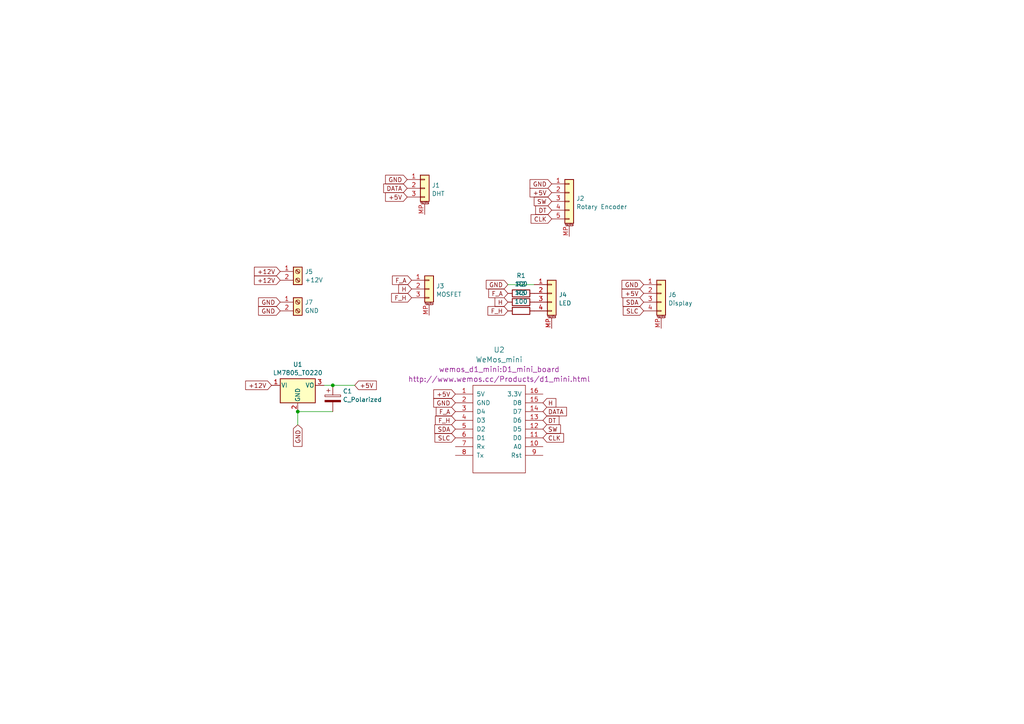
<source format=kicad_sch>
(kicad_sch (version 20230121) (generator eeschema)
  (paper "A4")
  (lib_symbols
    (symbol "Connector:Screw_Terminal_01x02" (pin_names (offset 1.016) hide)
      (property "Reference" "J" (at 0 2.54 0))
      (property "Value" "Screw_Terminal_01x02" (at 0 -5.08 0))
      (symbol "Screw_Terminal_01x02_1_1"
        (rectangle (start -1.27 1.27) (end 1.27 -3.81) (stroke (width 0.254)) (fill (type background)))
        (circle (center 0 -2.54) (radius 0.635) (stroke (width 0.1524)))
        (polyline (pts (xy -0.5334 -2.2098) (xy 0.3302 -3.048)) (stroke (width 0.1524)))
        (polyline (pts (xy -0.5334 0.3302) (xy 0.3302 -0.508)) (stroke (width 0.1524)))
        (polyline (pts (xy -0.3556 -2.032) (xy 0.508 -2.8702)) (stroke (width 0.1524)))
        (polyline (pts (xy -0.3556 0.508) (xy 0.508 -0.3302)) (stroke (width 0.1524)))
        (circle (center 0 0) (radius 0.635) (stroke (width 0.1524)))
        (pin passive line (at -5.08 0 0) (length 3.81) (name "Pin_1") (number "1"))
        (pin passive line (at -5.08 -2.54 0) (length 3.81) (name "Pin_2") (number "2"))
      )
    )
    (symbol "Connector_Generic_MountingPin:Conn_01x03_MountingPin" (pin_names (offset 1.016) hide)
      (property "Reference" "J" (at 0 5.08 0))
      (property "Value" "Conn_01x03_MountingPin" (at 1.27 -5.08 0))
      (symbol "Conn_01x03_MountingPin_1_1"
        (rectangle (start -1.27 -2.413) (end 0 -2.667) (stroke (width 0.1524)))
        (rectangle (start -1.27 0.127) (end 0 -0.127) (stroke (width 0.1524)))
        (rectangle (start -1.27 2.667) (end 0 2.413) (stroke (width 0.1524)))
        (rectangle (start -1.27 3.81) (end 1.27 -3.81) (stroke (width 0.254)) (fill (type background)))
        (polyline (pts (xy -1.016 -4.572) (xy 1.016 -4.572)) (stroke (width 0.1524)))
        (text "Mounting" (at 0 -4.191 0) (effects (font (size 0.381 0.381))))
        (pin passive line (at -5.08 2.54 0) (length 3.81) (name "Pin_1") (number "1"))
        (pin passive line (at -5.08 0 0) (length 3.81) (name "Pin_2") (number "2"))
        (pin passive line (at -5.08 -2.54 0) (length 3.81) (name "Pin_3") (number "3"))
        (pin passive line (at 0 -7.62 90) (length 3.048) (name "MountPin") (number "MP"))
      )
    )
    (symbol "Connector_Generic_MountingPin:Conn_01x04_MountingPin" (pin_names (offset 1.016) hide)
      (property "Reference" "J" (at 0 5.08 0))
      (property "Value" "Conn_01x04_MountingPin" (at 1.27 -7.62 0))
      (symbol "Conn_01x04_MountingPin_1_1"
        (rectangle (start -1.27 -4.953) (end 0 -5.207) (stroke (width 0.1524)))
        (rectangle (start -1.27 -2.413) (end 0 -2.667) (stroke (width 0.1524)))
        (rectangle (start -1.27 0.127) (end 0 -0.127) (stroke (width 0.1524)))
        (rectangle (start -1.27 2.667) (end 0 2.413) (stroke (width 0.1524)))
        (rectangle (start -1.27 3.81) (end 1.27 -6.35) (stroke (width 0.254)) (fill (type background)))
        (polyline (pts (xy -1.016 -7.112) (xy 1.016 -7.112)) (stroke (width 0.1524)))
        (text "Mounting" (at 0 -6.731 0) (effects (font (size 0.381 0.381))))
        (pin passive line (at -5.08 2.54 0) (length 3.81) (name "Pin_1") (number "1"))
        (pin passive line (at -5.08 0 0) (length 3.81) (name "Pin_2") (number "2"))
        (pin passive line (at -5.08 -2.54 0) (length 3.81) (name "Pin_3") (number "3"))
        (pin passive line (at -5.08 -5.08 0) (length 3.81) (name "Pin_4") (number "4"))
        (pin passive line (at 0 -10.16 90) (length 3.048) (name "MountPin") (number "MP"))
      )
    )
    (symbol "Connector_Generic_MountingPin:Conn_01x05_MountingPin" (pin_names (offset 1.016) hide)
      (property "Reference" "J" (at 0 7.62 0))
      (property "Value" "Conn_01x05_MountingPin" (at 1.27 -7.62 0))
      (symbol "Conn_01x05_MountingPin_1_1"
        (rectangle (start -1.27 -4.953) (end 0 -5.207) (stroke (width 0.1524)))
        (rectangle (start -1.27 -2.413) (end 0 -2.667) (stroke (width 0.1524)))
        (rectangle (start -1.27 0.127) (end 0 -0.127) (stroke (width 0.1524)))
        (rectangle (start -1.27 2.667) (end 0 2.413) (stroke (width 0.1524)))
        (rectangle (start -1.27 5.207) (end 0 4.953) (stroke (width 0.1524)))
        (rectangle (start -1.27 6.35) (end 1.27 -6.35) (stroke (width 0.254)) (fill (type background)))
        (polyline (pts (xy -1.016 -7.112) (xy 1.016 -7.112)) (stroke (width 0.1524)))
        (text "Mounting" (at 0 -6.731 0) (effects (font (size 0.381 0.381))))
        (pin passive line (at -5.08 5.08 0) (length 3.81) (name "Pin_1") (number "1"))
        (pin passive line (at -5.08 2.54 0) (length 3.81) (name "Pin_2") (number "2"))
        (pin passive line (at -5.08 0 0) (length 3.81) (name "Pin_3") (number "3"))
        (pin passive line (at -5.08 -2.54 0) (length 3.81) (name "Pin_4") (number "4"))
        (pin passive line (at -5.08 -5.08 0) (length 3.81) (name "Pin_5") (number "5"))
        (pin passive line (at 0 -10.16 90) (length 3.048) (name "MountPin") (number "MP"))
      )
    )
    (symbol "Device:C_Polarized" (pin_numbers hide) (pin_names (offset 0.254))
      (property "Reference" "C" (at 0.635 2.54 0))
      (property "Value" "C_Polarized" (at 0.635 -2.54 0))
      (symbol "C_Polarized_0_1"
        (rectangle (start -2.286 0.508) (end 2.286 1.016))
        (polyline (pts (xy -1.778 2.286) (xy -0.762 2.286)))
        (polyline (pts (xy -1.27 2.794) (xy -1.27 1.778)))
        (rectangle (start 2.286 -0.508) (end -2.286 -1.016) (fill (type outline)))
      )
      (symbol "C_Polarized_1_1"
        (pin passive line (at 0 3.81 270) (length 2.794) (name "~") (number "1"))
        (pin passive line (at 0 -3.81 90) (length 2.794) (name "~") (number "2"))
      )
    )
    (symbol "Device:R" (pin_numbers hide) (pin_names (offset 0))
      (property "Reference" "R" (at 2.032 0 90))
      (property "Value" "R" (at 0 0 90))
      (symbol "R_0_1"
        (rectangle (start -1.016 -2.54) (end 1.016 2.54) (stroke (width 0.254)))
      )
      (symbol "R_1_1"
        (pin passive line (at 0 3.81 270) (length 1.27) (name "~") (number "1"))
        (pin passive line (at 0 -3.81 90) (length 1.27) (name "~") (number "2"))
      )
    )
    (symbol "Regulator_Linear:LM7805_TO220" (pin_names (offset 0.254))
      (property "Reference" "U" (at -3.81 3.175 0))
      (property "Value" "LM7805_TO220" (at 0 3.175 0))
      (symbol "LM7805_TO220_0_1"
        (rectangle (start -5.08 1.905) (end 5.08 -5.08) (stroke (width 0.254)) (fill (type background)))
      )
      (symbol "LM7805_TO220_1_1"
        (pin power_in line (at -7.62 0 0) (length 2.54) (name "VI") (number "1"))
        (pin power_in line (at 0 -7.62 90) (length 2.54) (name "GND") (number "2"))
        (pin power_out line (at 7.62 0 180) (length 2.54) (name "VO") (number "3"))
      )
    )
    (symbol "wemos_mini:WeMos_mini" (pin_names (offset 1.016))
      (property "Reference" "U" (at 0 12.7 0))
      (property "Value" "WeMos_mini" (at 0 -12.7 0))
      (property "Datasheet" "http://www.wemos.cc/Products/d1_mini.html" (at 13.97 -17.78 0))
      (symbol "WeMos_mini_0_1"
        (rectangle (start -7.62 11.43) (end 7.62 -13.97))
      )
      (symbol "WeMos_mini_1_1"
        (pin power_in line (at -12.7 8.89 0) (length 5.08) (name "5V") (number "1"))
        (pin bidirectional line (at 12.7 -6.35 180) (length 5.08) (name "A0") (number "10"))
        (pin bidirectional line (at 12.7 -3.81 180) (length 5.08) (name "D0") (number "11"))
        (pin bidirectional line (at 12.7 -1.27 180) (length 5.08) (name "D5") (number "12"))
        (pin bidirectional line (at 12.7 1.27 180) (length 5.08) (name "D6") (number "13"))
        (pin bidirectional line (at 12.7 3.81 180) (length 5.08) (name "D7") (number "14"))
        (pin bidirectional line (at 12.7 6.35 180) (length 5.08) (name "D8") (number "15"))
        (pin power_out line (at 12.7 8.89 180) (length 5.08) (name "3.3V") (number "16"))
        (pin power_in line (at -12.7 6.35 0) (length 5.08) (name "GND") (number "2"))
        (pin bidirectional line (at -12.7 3.81 0) (length 5.08) (name "D4") (number "3"))
        (pin bidirectional line (at -12.7 1.27 0) (length 5.08) (name "D3") (number "4"))
        (pin bidirectional line (at -12.7 -1.27 0) (length 5.08) (name "D2") (number "5"))
        (pin bidirectional line (at -12.7 -3.81 0) (length 5.08) (name "D1") (number "6"))
        (pin bidirectional line (at -12.7 -6.35 0) (length 5.08) (name "Rx") (number "7"))
        (pin bidirectional line (at -12.7 -8.89 0) (length 5.08) (name "Tx") (number "8"))
        (pin bidirectional line (at 12.7 -8.89 180) (length 5.08) (name "Rst") (number "9"))
      )
    )
  )
  (junction (at 96.52 111.76))
  (junction (at 86.36 119.38))
  (wire (pts (xy 102.87 111.76) (xy 96.52 111.76)))
  (wire (pts (xy 96.52 111.76) (xy 93.98 111.76)))
  (wire (pts (xy 147.32 82.55) (xy 154.94 82.55)))
  (wire (pts (xy 86.36 123.19) (xy 86.36 119.38)))
  (wire (pts (xy 86.36 119.38) (xy 96.52 119.38)))
  (global_label "H" (shape input) (at 119.38 83.82 180) (property "Intersheetrefs" "${INTERSHEET_REFS}" (effects hide)))
  (global_label "F_H" (shape input) (at 119.38 86.36 180) (property "Intersheetrefs" "${INTERSHEET_REFS}" (effects hide)))
  (global_label "+5V" (shape input) (at 118.11 57.15 180) (property "Intersheetrefs" "${INTERSHEET_REFS}" (effects hide)))
  (global_label "GND" (shape input) (at 160.02 53.34 180) (property "Intersheetrefs" "${INTERSHEET_REFS}" (effects hide)))
  (global_label "+12V" (shape input) (at 81.28 78.74 180) (property "Intersheetrefs" "${INTERSHEET_REFS}" (effects hide)))
  (global_label "CLK" (shape input) (at 157.48 127 0) (property "Intersheetrefs" "${INTERSHEET_REFS}" (effects hide)))
  (global_label "F_H" (shape input) (at 132.08 121.92 180) (property "Intersheetrefs" "${INTERSHEET_REFS}" (effects hide)))
  (global_label "SLC" (shape input) (at 186.69 90.17 180) (property "Intersheetrefs" "${INTERSHEET_REFS}" (effects hide)))
  (global_label "GND" (shape input) (at 147.32 82.55 180) (property "Intersheetrefs" "${INTERSHEET_REFS}" (effects hide)))
  (global_label "GND" (shape input) (at 81.28 87.63 180) (property "Intersheetrefs" "${INTERSHEET_REFS}" (effects hide)))
  (global_label "GND" (shape input) (at 186.69 82.55 180) (property "Intersheetrefs" "${INTERSHEET_REFS}" (effects hide)))
  (global_label "+5V" (shape input) (at 160.02 55.88 180) (property "Intersheetrefs" "${INTERSHEET_REFS}" (effects hide)))
  (global_label "F_A" (shape input) (at 119.38 81.28 180) (property "Intersheetrefs" "${INTERSHEET_REFS}" (effects hide)))
  (global_label "F_H" (shape input) (at 147.32 90.17 180) (property "Intersheetrefs" "${INTERSHEET_REFS}" (effects hide)))
  (global_label "GND" (shape input) (at 118.11 52.07 180) (property "Intersheetrefs" "${INTERSHEET_REFS}" (effects hide)))
  (global_label "SDA" (shape input) (at 132.08 124.46 180) (property "Intersheetrefs" "${INTERSHEET_REFS}" (effects hide)))
  (global_label "+5V" (shape input) (at 102.87 111.76 0) (property "Intersheetrefs" "${INTERSHEET_REFS}" (effects hide)))
  (global_label "+5V" (shape input) (at 186.69 85.09 180) (property "Intersheetrefs" "${INTERSHEET_REFS}" (effects hide)))
  (global_label "GND" (shape input) (at 132.08 116.84 180) (property "Intersheetrefs" "${INTERSHEET_REFS}" (effects hide)))
  (global_label "DT" (shape input) (at 160.02 60.96 180) (property "Intersheetrefs" "${INTERSHEET_REFS}" (effects hide)))
  (global_label "H" (shape input) (at 147.32 87.63 180) (property "Intersheetrefs" "${INTERSHEET_REFS}" (effects hide)))
  (global_label "+12V" (shape input) (at 81.28 81.28 180) (property "Intersheetrefs" "${INTERSHEET_REFS}" (effects hide)))
  (global_label "F_A" (shape input) (at 132.08 119.38 180) (property "Intersheetrefs" "${INTERSHEET_REFS}" (effects hide)))
  (global_label "SW" (shape input) (at 160.02 58.42 180) (property "Intersheetrefs" "${INTERSHEET_REFS}" (effects hide)))
  (global_label "DATA" (shape input) (at 157.48 119.38 0) (property "Intersheetrefs" "${INTERSHEET_REFS}" (effects hide)))
  (global_label "H" (shape input) (at 157.48 116.84 0) (property "Intersheetrefs" "${INTERSHEET_REFS}" (effects hide)))
  (global_label "SLC" (shape input) (at 132.08 127 180) (property "Intersheetrefs" "${INTERSHEET_REFS}" (effects hide)))
  (global_label "+12V" (shape input) (at 78.74 111.76 180) (property "Intersheetrefs" "${INTERSHEET_REFS}" (effects hide)))
  (global_label "SW" (shape input) (at 157.48 124.46 0) (property "Intersheetrefs" "${INTERSHEET_REFS}" (effects hide)))
  (global_label "CLK" (shape input) (at 160.02 63.5 180) (property "Intersheetrefs" "${INTERSHEET_REFS}" (effects hide)))
  (global_label "GND" (shape input) (at 86.36 123.19 270) (property "Intersheetrefs" "${INTERSHEET_REFS}" (effects hide)))
  (global_label "F_A" (shape input) (at 147.32 85.09 180) (property "Intersheetrefs" "${INTERSHEET_REFS}" (effects hide)))
  (global_label "GND" (shape input) (at 81.28 90.17 180) (property "Intersheetrefs" "${INTERSHEET_REFS}" (effects hide)))
  (global_label "DT" (shape input) (at 157.48 121.92 0) (property "Intersheetrefs" "${INTERSHEET_REFS}" (effects hide)))
  (global_label "DATA" (shape input) (at 118.11 54.61 180) (property "Intersheetrefs" "${INTERSHEET_REFS}" (effects hide)))
  (global_label "+5V" (shape input) (at 132.08 114.3 180) (property "Intersheetrefs" "${INTERSHEET_REFS}" (effects hide)))
  (global_label "SDA" (shape input) (at 186.69 87.63 180) (property "Intersheetrefs" "${INTERSHEET_REFS}" (effects hide)))
  (symbol (lib_id "Connector:Screw_Terminal_01x02") (at 86.36 78.74 0) (unit 1)
    (property "Reference" "J5" (at 88.392 78.7979 0) (effects (justify left)))
    (property "Value" "+12V" (at 88.392 81.2221 0) (effects (justify left)))
    (property "Footprint" "TerminalBlock_Phoenix:TerminalBlock_Phoenix_MKDS-1,5-2-5.08_1x02_P5.08mm_Horizontal" (effects hide))
  )
  (symbol (lib_id "Device:R") (at 151.13 85.09 90) (unit 1)
    (property "Reference" "R1" (at 151.13 79.9297 90))
    (property "Value" "100" (at 151.13 82.3539 90))
    (property "Footprint" "Resistor_THT:R_Axial_DIN0204_L3.6mm_D1.6mm_P2.54mm_Vertical" (effects hide))
  )
  (symbol (lib_id "wemos_mini:WeMos_mini") (at 144.78 123.19 0) (unit 1)
    (property "Reference" "U2" (at 144.78 101.4642 0) (effects (font (size 1.524 1.524))))
    (property "Value" "WeMos_mini" (at 144.78 104.297 0) (effects (font (size 1.524 1.524))))
    (property "Footprint" "wemos_d1_mini:D1_mini_board" (at 144.78 107.1298 0) (effects (font (size 1.524 1.524))))
    (property "Datasheet" "http://www.wemos.cc/Products/d1_mini.html" (at 144.78 109.9626 0) (effects (font (size 1.524 1.524))))
  )
  (symbol (lib_id "Device:R") (at 151.13 90.17 90) (unit 1)
    (property "Reference" "R3" (at 151.13 85.0097 90))
    (property "Value" "100" (at 151.13 87.4339 90))
    (property "Footprint" "Resistor_THT:R_Axial_DIN0204_L3.6mm_D1.6mm_P2.54mm_Vertical" (effects hide))
  )
  (symbol (lib_id "Device:R") (at 151.13 87.63 90) (unit 1)
    (property "Reference" "R2" (at 151.13 82.4697 90))
    (property "Value" "100" (at 151.13 84.8939 90))
    (property "Footprint" "Resistor_THT:R_Axial_DIN0204_L3.6mm_D1.6mm_P2.54mm_Vertical" (effects hide))
  )
  (symbol (lib_id "Connector_Generic_MountingPin:Conn_01x05_MountingPin") (at 165.1 58.42 0) (unit 1)
    (property "Reference" "J2" (at 167.132 57.5635 0) (effects (justify left)))
    (property "Value" "Rotary Encoder" (at 167.132 59.9877 0) (effects (justify left)))
    (property "Footprint" "Connector_PinHeader_2.54mm:PinHeader_1x05_P2.54mm_Vertical" (effects hide))
  )
  (symbol (lib_id "Connector_Generic_MountingPin:Conn_01x04_MountingPin") (at 191.77 85.09 0) (unit 1)
    (property "Reference" "J6" (at 193.802 85.5035 0) (effects (justify left)))
    (property "Value" "Display" (at 193.802 87.9277 0) (effects (justify left)))
    (property "Footprint" "Connector_PinHeader_2.54mm:PinHeader_1x04_P2.54mm_Vertical" (effects hide))
  )
  (symbol (lib_id "Regulator_Linear:LM7805_TO220") (at 86.36 111.76 0) (unit 1)
    (property "Reference" "U1" (at 86.36 105.7107 0))
    (property "Value" "LM7805_TO220" (at 86.36 108.1349 0))
    (property "Footprint" "Package_TO_SOT_THT:TO-220-3_Vertical" (effects hide))
    (property "Datasheet" "https://www.onsemi.cn/PowerSolutions/document/MC7800-D.PDF" (effects hide))
  )
  (symbol (lib_id "Device:C_Polarized") (at 96.52 115.57 0) (unit 1)
    (property "Reference" "C1" (at 99.441 113.4689 0) (effects (justify left)))
    (property "Value" "C_Polarized" (at 99.441 115.8931 0) (effects (justify left)))
    (property "Footprint" "Capacitor_THT:CP_Radial_D5.0mm_P2.50mm" (effects hide))
  )
  (symbol (lib_id "Connector_Generic_MountingPin:Conn_01x04_MountingPin") (at 160.02 85.09 0) (unit 1)
    (property "Reference" "J4" (at 162.052 85.5035 0) (effects (justify left)))
    (property "Value" "LED" (at 162.052 87.9277 0) (effects (justify left)))
    (property "Footprint" "Connector_PinHeader_2.54mm:PinHeader_1x04_P2.54mm_Vertical" (effects hide))
  )
  (symbol (lib_id "Connector_Generic_MountingPin:Conn_01x03_MountingPin") (at 123.19 54.61 0) (unit 1)
    (property "Reference" "J1" (at 125.222 53.7535 0) (effects (justify left)))
    (property "Value" "DHT" (at 125.222 56.1777 0) (effects (justify left)))
    (property "Footprint" "Connector_PinHeader_2.54mm:PinHeader_1x03_P2.54mm_Vertical" (effects hide))
  )
  (symbol (lib_id "Connector:Screw_Terminal_01x02") (at 86.36 87.63 0) (unit 1)
    (property "Reference" "J7" (at 88.392 87.6879 0) (effects (justify left)))
    (property "Value" "GND" (at 88.392 90.1121 0) (effects (justify left)))
    (property "Footprint" "TerminalBlock_Phoenix:TerminalBlock_Phoenix_MKDS-1,5-2-5.08_1x02_P5.08mm_Horizontal" (effects hide))
  )
  (symbol (lib_id "Connector_Generic_MountingPin:Conn_01x03_MountingPin") (at 124.46 83.82 0) (unit 1)
    (property "Reference" "J3" (at 126.492 82.9635 0) (effects (justify left)))
    (property "Value" "MOSFET" (at 126.492 85.3877 0) (effects (justify left)))
    (property "Footprint" "Connector_PinHeader_2.54mm:PinHeader_1x03_P2.54mm_Vertical" (effects hide))
  )
)
</source>
